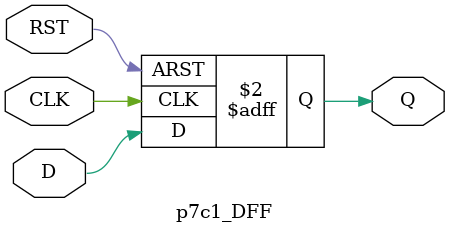
<source format=v>
`timescale 1ns / 1ps


module p7c1_DFF(
    input D,CLK,RST,
    output reg Q
    );
    always @(posedge CLK,posedge RST)begin
        if(RST) Q<=1'b0;
        else Q<=D;
    end
endmodule

</source>
